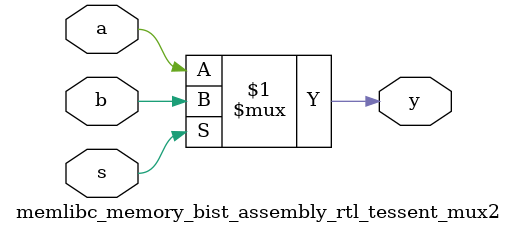
<source format=v>

     
module memlibc_memory_bist_assembly_rtl_tessent_mux2 (
  input wire a,
  input wire b,
  input wire s,
  output wire y
);
 
assign y = (s) ? b : a;
    
endmodule
  

</source>
